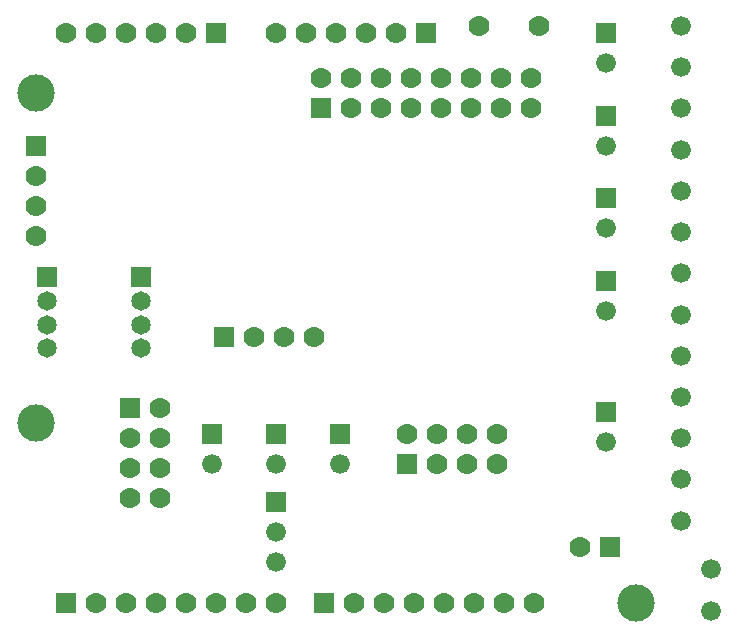
<source format=gts>
G04  Format:          Gerber Format (RS-274-D), ASCII*
G04*
G04  Format Options:  Absolute Positioning*
G04                   Leading-Zero Suppression*
G04                   Scale Factor 1:1*
G04                   NO Circular Interpolation*
G04                   Millimeter Units*
G04                   Numeric Format: 4.4 (XXXX.XXXX)*
G04                   G54 NOT Used for Aperture Change*
G04                   Apertures Embedded*
G04*
G04  File Options:    Offset = (0.000mm,0.000mm)*
G04                   Drill Symbol Size = 0.000mm*
G04                   No Pad/Via Holes*
G04*
G04  File Contents:   Pads*
G04                   No Vias*
G04                   No Designators*
G04                   No Types*
G04                   No Values*
G04                   No Drill Symbols*
G04                   Top Mask*
G04*
%INARHAB_VB.GTS*%
%ICAS*%
%MOMM*%
G04*
G04  Aperture MACROs for general use --- invoked via D-code assignment *
G04*
G04  General MACRO for flashed round with rotation and/or offset hole *
%AMROTOFFROUND*
1,1,$1,0.0000,0.0000*
1,0,$2,$3,$4*%
G04*
G04  General MACRO for flashed oval (obround) with rotation and/or offset hole *
%AMROTOFFOVAL*
21,1,$1,$2,0.0000,0.0000,$3*
1,1,$4,$5,$6*
1,1,$4,0-$5,0-$6*
1,0,$7,$8,$9*%
G04*
G04  General MACRO for flashed oval (obround) with rotation and no hole *
%AMROTOVALNOHOLE*
21,1,$1,$2,0.0000,0.0000,$3*
1,1,$4,$5,$6*
1,1,$4,0-$5,0-$6*%
G04*
G04  General MACRO for flashed rectangle with rotation and/or offset hole *
%AMROTOFFRECT*
21,1,$1,$2,0.0000,0.0000,$3*
1,0,$4,$5,$6*%
G04*
G04  General MACRO for flashed rectangle with rotation and no hole *
%AMROTRECTNOHOLE*
21,1,$1,$2,0.0000,0.0000,$3*%
G04*
G04  General MACRO for flashed rounded-rectangle *
%AMROUNDRECT*
21,1,$1,$2-$4,0.0000,0.0000,$3*
21,1,$1-$4,$2,0.0000,0.0000,$3*
1,1,$4,$5,$6*
1,1,$4,$7,$8*
1,1,$4,0-$5,0-$6*
1,1,$4,0-$7,0-$8*
1,0,$9,$10,$11*%
G04*
G04  General MACRO for flashed rounded-rectangle with rotation and no hole *
%AMROUNDRECTNOHOLE*
21,1,$1,$2-$4,0.0000,0.0000,$3*
21,1,$1-$4,$2,0.0000,0.0000,$3*
1,1,$4,$5,$6*
1,1,$4,$7,$8*
1,1,$4,0-$5,0-$6*
1,1,$4,0-$7,0-$8*%
G04*
G04  General MACRO for flashed regular polygon *
%AMREGPOLY*
5,1,$1,0.0000,0.0000,$2,$3+$4*
1,0,$5,$6,$7*%
G04*
G04  General MACRO for flashed regular polygon with no hole *
%AMREGPOLYNOHOLE*
5,1,$1,0.0000,0.0000,$2,$3+$4*%
G04*
G04  General MACRO for target *
%AMTARGET*
6,0,0,$1,$2,$3,4,$4,$5,$6*%
G04*
G04  General MACRO for mounting hole *
%AMMTHOLE*
1,1,$1,0,0*
1,0,$2,0,0*
$1=$1-$2*
$1=$1/2*
21,1,$2+$1,$3,0,0,$4*
21,1,$3,$2+$1,0,0,$4*%
G04*
G04*
G04  D10 : "Ellipse X0.254mm Y0.254mm H0.000mm 0.0deg (0.000mm,0.000mm) Draw"*
G04  Disc: OuterDia=0.2540*
%ADD10C, 0.2540*%
G04  D11 : "Ellipse X0.279mm Y0.279mm H0.000mm 0.0deg (0.000mm,0.000mm) Draw"*
G04  Disc: OuterDia=0.2794*
%ADD11C, 0.2794*%
G04  D12 : "Ellipse X0.381mm Y0.381mm H0.000mm 0.0deg (0.000mm,0.000mm) Draw"*
G04  Disc: OuterDia=0.3810*
%ADD12C, 0.3810*%
G04  D13 : "Ellipse X0.508mm Y0.508mm H0.000mm 0.0deg (0.000mm,0.000mm) Draw"*
G04  Disc: OuterDia=0.5080*
%ADD13C, 0.5080*%
G04  D14 : "Ellipse X0.635mm Y0.635mm H0.000mm 0.0deg (0.000mm,0.000mm) Draw"*
G04  Disc: OuterDia=0.6350*
%ADD14C, 0.6350*%
G04  D15 : "Ellipse X0.762mm Y0.762mm H0.000mm 0.0deg (0.000mm,0.000mm) Draw"*
G04  Disc: OuterDia=0.7620*
%ADD15C, 0.7620*%
G04  D16 : "Ellipse X0.127mm Y0.127mm H0.000mm 0.0deg (0.000mm,0.000mm) Draw"*
G04  Disc: OuterDia=0.1270*
%ADD16C, 0.1270*%
G04  D17 : "Ellipse X0.152mm Y0.152mm H0.000mm 0.0deg (0.000mm,0.000mm) Draw"*
G04  Disc: OuterDia=0.1524*
%ADD17C, 0.1524*%
G04  D18 : "Ellipse X0.180mm Y0.180mm H0.000mm 0.0deg (0.000mm,0.000mm) Draw"*
G04  Disc: OuterDia=0.1800*
%ADD18C, 0.1800*%
G04  D19 : "Ellipse X0.250mm Y0.250mm H0.000mm 0.0deg (0.000mm,0.000mm) Draw"*
G04  Disc: OuterDia=0.2500*
%ADD19C, 0.2500*%
G04  D20 : "Ellipse X3.152mm Y3.152mm H0.000mm 0.0deg (0.000mm,0.000mm) Flash"*
G04  Disc: OuterDia=3.1520*
%ADD20C, 3.1520*%
G04  D21 : "Ellipse X1.500mm Y1.500mm H0.000mm 0.0deg (0.000mm,0.000mm) Flash"*
G04  Disc: OuterDia=1.5000*
%ADD21C, 1.5000*%
G04  D22 : "Ellipse X1.524mm Y1.524mm H0.000mm 0.0deg (0.000mm,0.000mm) Flash"*
G04  Disc: OuterDia=1.5240*
%ADD22C, 1.5240*%
G04  D23 : "Ellipse X1.626mm Y1.626mm H0.000mm 0.0deg (0.000mm,0.000mm) Flash"*
G04  Disc: OuterDia=1.6256*
%ADD23C, 1.6256*%
G04  D24 : "Ellipse X1.652mm Y1.652mm H0.000mm 0.0deg (0.000mm,0.000mm) Flash"*
G04  Disc: OuterDia=1.6520*
%ADD24C, 1.6520*%
G04  D25 : "Ellipse X1.676mm Y1.676mm H0.000mm 0.0deg (0.000mm,0.000mm) Flash"*
G04  Disc: OuterDia=1.6760*
%ADD25C, 1.6760*%
G04  D26 : "Ellipse X1.778mm Y1.778mm H0.000mm 0.0deg (0.000mm,0.000mm) Flash"*
G04  Disc: OuterDia=1.7776*
%ADD26C, 1.7776*%
G04  D27 : "Mounting Hole X3.000mm Y3.000mm H0.000mm 0.0deg (0.000mm,0.000mm) Flash"*
G04  Mounting Hole: Diameter=3.0000, Rotation=0.0, LineWidth=0.1270 *
%ADD27MTHOLE, 3.0000 X2.4920 X0.1270 X0.0*%
G04  D28 : "Rectangle X0.813mm Y0.813mm H0.000mm 0.0deg (0.000mm,0.000mm) Flash"*
G04  Square: Side=0.8128, Rotation=0.0, OffsetX=0.0000, OffsetY=0.0000, HoleDia=0.0000*
%ADD28R, 0.8128 X0.8128*%
G04  D29 : "Rectangle X0.965mm Y0.965mm H0.000mm 0.0deg (0.000mm,0.000mm) Flash"*
G04  Square: Side=0.9648, Rotation=0.0, OffsetX=0.0000, OffsetY=0.0000, HoleDia=0.0000*
%ADD29R, 0.9648 X0.9648*%
G04  D30 : "Rectangle X1.500mm Y1.000mm H0.000mm 0.0deg (0.000mm,0.000mm) Flash"*
G04  Rectangular: DimX=1.5000, DimY=1.0000, Rotation=0.0, OffsetX=0.0000, OffsetY=0.0000, HoleDia=0.0000 *
%ADD30R, 1.5000 X1.0000*%
G04  D31 : "Rectangle X1.400mm Y1.100mm H0.000mm 0.0deg (0.000mm,0.000mm) Flash"*
G04  Rectangular: DimX=1.4000, DimY=1.1000, Rotation=0.0, OffsetX=0.0000, OffsetY=0.0000, HoleDia=0.0000 *
%ADD31R, 1.4000 X1.1000*%
G04  D32 : "Rectangle X1.652mm Y1.152mm H0.000mm 0.0deg (0.000mm,0.000mm) Flash"*
G04  Rectangular: DimX=1.6520, DimY=1.1520, Rotation=0.0, OffsetX=0.0000, OffsetY=0.0000, HoleDia=0.0000 *
%ADD32R, 1.6520 X1.1520*%
G04  D33 : "Rectangle X1.552mm Y1.252mm H0.000mm 0.0deg (0.000mm,0.000mm) Flash"*
G04  Rectangular: DimX=1.5520, DimY=1.2520, Rotation=0.0, OffsetX=0.0000, OffsetY=0.0000, HoleDia=0.0000 *
%ADD33R, 1.5520 X1.2520*%
G04  D34 : "Rectangle X1.500mm Y1.500mm H0.000mm 0.0deg (0.000mm,0.000mm) Flash"*
G04  Square: Side=1.5000, Rotation=0.0, OffsetX=0.0000, OffsetY=0.0000, HoleDia=0.0000*
%ADD34R, 1.5000 X1.5000*%
G04  D35 : "Rectangle X1.524mm Y1.524mm H0.000mm 0.0deg (0.000mm,0.000mm) Flash"*
G04  Square: Side=1.5240, Rotation=0.0, OffsetX=0.0000, OffsetY=0.0000, HoleDia=0.0000*
%ADD35R, 1.5240 X1.5240*%
G04  D36 : "Rectangle X1.626mm Y1.626mm H0.000mm 0.0deg (0.000mm,0.000mm) Flash"*
G04  Square: Side=1.6256, Rotation=0.0, OffsetX=0.0000, OffsetY=0.0000, HoleDia=0.0000*
%ADD36R, 1.6256 X1.6256*%
G04  D37 : "Rectangle X1.652mm Y1.652mm H0.000mm 0.0deg (0.000mm,0.000mm) Flash"*
G04  Square: Side=1.6520, Rotation=0.0, OffsetX=0.0000, OffsetY=0.0000, HoleDia=0.0000*
%ADD37R, 1.6520 X1.6520*%
G04  D38 : "Rectangle X1.676mm Y1.676mm H0.000mm 0.0deg (0.000mm,0.000mm) Flash"*
G04  Square: Side=1.6760, Rotation=0.0, OffsetX=0.0000, OffsetY=0.0000, HoleDia=0.0000*
%ADD38R, 1.6760 X1.6760*%
G04  D39 : "Rectangle X1.778mm Y1.778mm H0.000mm 0.0deg (0.000mm,0.000mm) Flash"*
G04  Square: Side=1.7776, Rotation=0.0, OffsetX=0.0000, OffsetY=0.0000, HoleDia=0.0000*
%ADD39R, 1.7776 X1.7776*%
G04  D40 : "Rectangle X2.032mm Y0.660mm H0.000mm 0.0deg (0.000mm,0.000mm) Flash"*
G04  Rectangular: DimX=2.0320, DimY=0.6604, Rotation=0.0, OffsetX=0.0000, OffsetY=0.0000, HoleDia=0.0000 *
%ADD40R, 2.0320 X0.6604*%
G04  D41 : "Rectangle X0.660mm Y2.032mm H0.000mm 0.0deg (0.000mm,0.000mm) Flash"*
G04  Rectangular: DimX=0.6604, DimY=2.0320, Rotation=0.0, OffsetX=0.0000, OffsetY=0.0000, HoleDia=0.0000 *
%ADD41R, 0.6604 X2.0320*%
G04  D42 : "Rectangle X2.184mm Y0.812mm H0.000mm 0.0deg (0.000mm,0.000mm) Flash"*
G04  Rectangular: DimX=2.1840, DimY=0.8124, Rotation=0.0, OffsetX=0.0000, OffsetY=0.0000, HoleDia=0.0000 *
%ADD42R, 2.1840 X0.8124*%
G04  D43 : "Rectangle X0.812mm Y2.184mm H0.000mm 0.0deg (0.000mm,0.000mm) Flash"*
G04  Rectangular: DimX=0.8124, DimY=2.1840, Rotation=0.0, OffsetX=0.0000, OffsetY=0.0000, HoleDia=0.0000 *
%ADD43R, 0.8124 X2.1840*%
G04  D44 : "Ellipse X1.016mm Y1.016mm H0.000mm 0.0deg (0.000mm,0.000mm) Flash"*
G04  Disc: OuterDia=1.0160*
%ADD44C, 1.0160*%
G04  D45 : "Ellipse X1.168mm Y1.168mm H0.000mm 0.0deg (0.000mm,0.000mm) Flash"*
G04  Disc: OuterDia=1.1680*
%ADD45C, 1.1680*%
G04*
%FSLAX44Y44*%
%SFA1B1*%
%OFA0.000B0.000*%
G04*
G71*
G90*
G01*
D2*
%LNTop Mask*%
D20*
X1117600Y660400D3*
Y939800D3*
D25*
X1266825Y625475D3*
D38*
Y650875D3*
D20*
X1625600Y508000D3*
D26*
X1492250Y996950D3*
X1543050D3*
D25*
X1374775Y625475D3*
D38*
Y650875D3*
D25*
X1320800Y625475D3*
D38*
Y650875D3*
D39*
X1603375Y555625D3*
D26*
X1577975D3*
X1117600Y819150D3*
D39*
Y895350D3*
D26*
Y869950D3*
Y844550D3*
D37*
X1206500Y783900D3*
D24*
Y763900D3*
Y723900D3*
Y743900D3*
D37*
X1127125Y783900D3*
D24*
Y763900D3*
Y723900D3*
Y743900D3*
D39*
X1361440Y508000D3*
D26*
X1412240D3*
X1437640D3*
X1488440D3*
X1513840D3*
X1386840D3*
X1463040D3*
X1539240D3*
D25*
X1320800Y542925D3*
D38*
Y593725D3*
D25*
Y568325D3*
D39*
X1447800Y990600D3*
D26*
X1397000D3*
X1371600D3*
X1320800D3*
X1422400D3*
X1346200D3*
D25*
X1663700Y612775D3*
Y577775D3*
X1689100Y501650D3*
Y536650D3*
X1600200Y895350D3*
D38*
Y920750D3*
D25*
Y825500D3*
D38*
Y850900D3*
D25*
X1663700Y822250D3*
Y857250D3*
Y892100D3*
Y927100D3*
Y752400D3*
Y787400D3*
X1600200Y755650D3*
D38*
Y781050D3*
D26*
X1196975Y596900D3*
Y647700D3*
D39*
Y673100D3*
D26*
X1222375Y596900D3*
Y647700D3*
Y673100D3*
X1196975Y622300D3*
X1222375D3*
X1508125Y625475D3*
X1457325D3*
D39*
X1431925D3*
D26*
X1508125Y650875D3*
X1457325D3*
X1431925D3*
X1482725Y625475D3*
Y650875D3*
X1511300Y927100D3*
X1536700D3*
X1460500D3*
X1435100D3*
X1384300D3*
D39*
X1358900D3*
D26*
X1511300Y952500D3*
X1536700D3*
X1460500D3*
X1435100D3*
X1384300D3*
X1358900D3*
X1409700Y927100D3*
X1485900D3*
X1409700Y952500D3*
X1485900D3*
D25*
X1600200Y644525D3*
D38*
Y669925D3*
D25*
X1663700Y682550D3*
Y717550D3*
Y647625D3*
Y961950D3*
Y996950D3*
D39*
X1143000Y508000D3*
D26*
X1193800D3*
X1219200D3*
X1270000D3*
X1295400D3*
X1168400D3*
X1244600D3*
X1320800D3*
X1301750Y733425D3*
X1327150D3*
X1352550D3*
D39*
X1276350D3*
X1270000Y990600D3*
D26*
X1219200D3*
X1193800D3*
X1143000D3*
X1244600D3*
X1168400D3*
D25*
X1600200Y965200D3*
D38*
Y990600D3*
D02M02*

</source>
